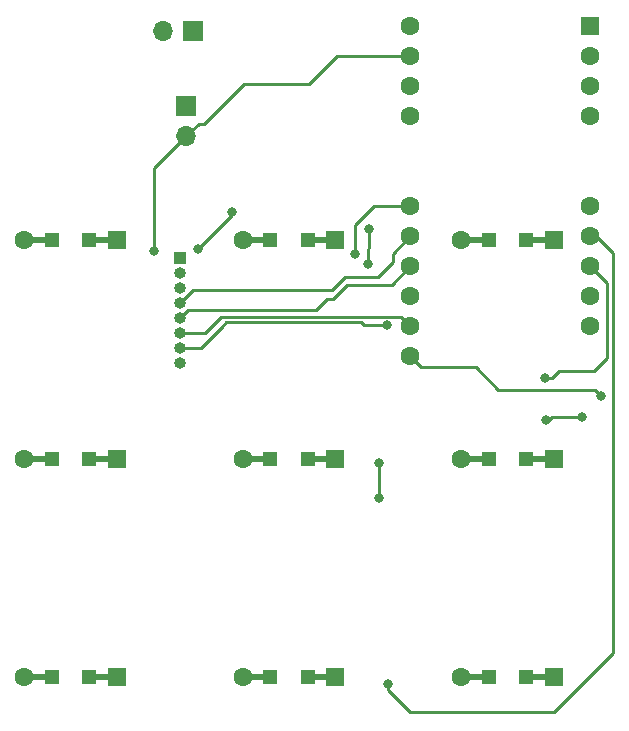
<source format=gbr>
G04 #@! TF.GenerationSoftware,KiCad,Pcbnew,(5.0.0-3-g5ebb6b6)*
G04 #@! TF.CreationDate,2019-02-07T22:00:29-08:00*
G04 #@! TF.ProjectId,arrowPad,6172726F775061642E6B696361645F70,rev?*
G04 #@! TF.SameCoordinates,Original*
G04 #@! TF.FileFunction,Copper,L1,Top,Signal*
G04 #@! TF.FilePolarity,Positive*
%FSLAX46Y46*%
G04 Gerber Fmt 4.6, Leading zero omitted, Abs format (unit mm)*
G04 Created by KiCad (PCBNEW (5.0.0-3-g5ebb6b6)) date Thursday, February 07, 2019 at 10:00:29 PM*
%MOMM*%
%LPD*%
G01*
G04 APERTURE LIST*
G04 #@! TA.AperFunction,ComponentPad*
%ADD10R,1.700000X1.700000*%
G04 #@! TD*
G04 #@! TA.AperFunction,ComponentPad*
%ADD11O,1.700000X1.700000*%
G04 #@! TD*
G04 #@! TA.AperFunction,SMDPad,CuDef*
%ADD12R,1.200000X1.200000*%
G04 #@! TD*
G04 #@! TA.AperFunction,ComponentPad*
%ADD13R,1.600000X1.600000*%
G04 #@! TD*
G04 #@! TA.AperFunction,ComponentPad*
%ADD14C,1.600000*%
G04 #@! TD*
G04 #@! TA.AperFunction,Conductor*
%ADD15R,2.500000X0.500000*%
G04 #@! TD*
G04 #@! TA.AperFunction,ComponentPad*
%ADD16R,1.000000X1.000000*%
G04 #@! TD*
G04 #@! TA.AperFunction,ComponentPad*
%ADD17O,1.000000X1.000000*%
G04 #@! TD*
G04 #@! TA.AperFunction,ViaPad*
%ADD18C,0.800000*%
G04 #@! TD*
G04 #@! TA.AperFunction,Conductor*
%ADD19C,0.250000*%
G04 #@! TD*
G04 APERTURE END LIST*
D10*
G04 #@! TO.P,BT1,1*
G04 #@! TO.N,Net-(BT1-Pad1)*
X61800000Y-90400000D03*
D11*
G04 #@! TO.P,BT1,2*
G04 #@! TO.N,/GND1*
X61800000Y-92940000D03*
G04 #@! TD*
D12*
G04 #@! TO.P,D1,2*
G04 #@! TO.N,Net-(D1-Pad2)*
X50425000Y-101750000D03*
G04 #@! TO.P,D1,1*
G04 #@! TO.N,/Row1*
X53575000Y-101750000D03*
D13*
X55900000Y-101750000D03*
D14*
G04 #@! TO.P,D1,2*
G04 #@! TO.N,Net-(D1-Pad2)*
X48100000Y-101750000D03*
D15*
G04 #@! TD*
G04 #@! TO.N,/Row1*
G04 #@! TO.C,D1*
X54700000Y-101750000D03*
G04 #@! TO.N,Net-(D1-Pad2)*
G04 #@! TO.C,D1*
X49300000Y-101750000D03*
G04 #@! TD*
G04 #@! TO.N,Net-(D2-Pad2)*
G04 #@! TO.C,D2*
X67800000Y-101750000D03*
G04 #@! TO.N,/Row1*
X73200000Y-101750000D03*
D14*
G04 #@! TD*
G04 #@! TO.P,D2,2*
G04 #@! TO.N,Net-(D2-Pad2)*
X66600000Y-101750000D03*
D13*
G04 #@! TO.P,D2,1*
G04 #@! TO.N,/Row1*
X74400000Y-101750000D03*
D12*
X72075000Y-101750000D03*
G04 #@! TO.P,D2,2*
G04 #@! TO.N,Net-(D2-Pad2)*
X68925000Y-101750000D03*
G04 #@! TD*
G04 #@! TO.P,D3,2*
G04 #@! TO.N,Net-(D3-Pad2)*
X87425000Y-101750000D03*
G04 #@! TO.P,D3,1*
G04 #@! TO.N,/Row1*
X90575000Y-101750000D03*
D13*
X92900000Y-101750000D03*
D14*
G04 #@! TO.P,D3,2*
G04 #@! TO.N,Net-(D3-Pad2)*
X85100000Y-101750000D03*
D15*
G04 #@! TD*
G04 #@! TO.N,/Row1*
G04 #@! TO.C,D3*
X91700000Y-101750000D03*
G04 #@! TO.N,Net-(D3-Pad2)*
G04 #@! TO.C,D3*
X86300000Y-101750000D03*
G04 #@! TD*
G04 #@! TO.N,Net-(D4-Pad2)*
G04 #@! TO.C,D4*
X49300000Y-120250000D03*
G04 #@! TO.N,/Row2*
X54700000Y-120250000D03*
D14*
G04 #@! TD*
G04 #@! TO.P,D4,2*
G04 #@! TO.N,Net-(D4-Pad2)*
X48100000Y-120250000D03*
D13*
G04 #@! TO.P,D4,1*
G04 #@! TO.N,/Row2*
X55900000Y-120250000D03*
D12*
X53575000Y-120250000D03*
G04 #@! TO.P,D4,2*
G04 #@! TO.N,Net-(D4-Pad2)*
X50425000Y-120250000D03*
G04 #@! TD*
G04 #@! TO.P,D5,2*
G04 #@! TO.N,Net-(D5-Pad2)*
X68925000Y-120250000D03*
G04 #@! TO.P,D5,1*
G04 #@! TO.N,/Row2*
X72075000Y-120250000D03*
D13*
X74400000Y-120250000D03*
D14*
G04 #@! TO.P,D5,2*
G04 #@! TO.N,Net-(D5-Pad2)*
X66600000Y-120250000D03*
D15*
G04 #@! TD*
G04 #@! TO.N,/Row2*
G04 #@! TO.C,D5*
X73200000Y-120250000D03*
G04 #@! TO.N,Net-(D5-Pad2)*
G04 #@! TO.C,D5*
X67800000Y-120250000D03*
G04 #@! TD*
G04 #@! TO.N,Net-(D6-Pad2)*
G04 #@! TO.C,D6*
X86300000Y-120250000D03*
G04 #@! TO.N,/Row2*
X91700000Y-120250000D03*
D14*
G04 #@! TD*
G04 #@! TO.P,D6,2*
G04 #@! TO.N,Net-(D6-Pad2)*
X85100000Y-120250000D03*
D13*
G04 #@! TO.P,D6,1*
G04 #@! TO.N,/Row2*
X92900000Y-120250000D03*
D12*
X90575000Y-120250000D03*
G04 #@! TO.P,D6,2*
G04 #@! TO.N,Net-(D6-Pad2)*
X87425000Y-120250000D03*
G04 #@! TD*
G04 #@! TO.P,D7,2*
G04 #@! TO.N,Net-(D7-Pad2)*
X50425000Y-138750000D03*
G04 #@! TO.P,D7,1*
G04 #@! TO.N,/Row3*
X53575000Y-138750000D03*
D13*
X55900000Y-138750000D03*
D14*
G04 #@! TO.P,D7,2*
G04 #@! TO.N,Net-(D7-Pad2)*
X48100000Y-138750000D03*
D15*
G04 #@! TD*
G04 #@! TO.N,/Row3*
G04 #@! TO.C,D7*
X54700000Y-138750000D03*
G04 #@! TO.N,Net-(D7-Pad2)*
G04 #@! TO.C,D7*
X49300000Y-138750000D03*
G04 #@! TD*
G04 #@! TO.N,Net-(D8-Pad2)*
G04 #@! TO.C,D8*
X67800000Y-138750000D03*
G04 #@! TO.N,/Row3*
X73200000Y-138750000D03*
D14*
G04 #@! TD*
G04 #@! TO.P,D8,2*
G04 #@! TO.N,Net-(D8-Pad2)*
X66600000Y-138750000D03*
D13*
G04 #@! TO.P,D8,1*
G04 #@! TO.N,/Row3*
X74400000Y-138750000D03*
D12*
X72075000Y-138750000D03*
G04 #@! TO.P,D8,2*
G04 #@! TO.N,Net-(D8-Pad2)*
X68925000Y-138750000D03*
G04 #@! TD*
G04 #@! TO.P,D9,2*
G04 #@! TO.N,Net-(D9-Pad2)*
X87425000Y-138750000D03*
G04 #@! TO.P,D9,1*
G04 #@! TO.N,/Row3*
X90575000Y-138750000D03*
D13*
X92900000Y-138750000D03*
D14*
G04 #@! TO.P,D9,2*
G04 #@! TO.N,Net-(D9-Pad2)*
X85100000Y-138750000D03*
D15*
G04 #@! TD*
G04 #@! TO.N,/Row3*
G04 #@! TO.C,D9*
X91700000Y-138750000D03*
G04 #@! TO.N,Net-(D9-Pad2)*
G04 #@! TO.C,D9*
X86300000Y-138750000D03*
G04 #@! TD*
D10*
G04 #@! TO.P,SW1,1*
G04 #@! TO.N,/RAW1*
X62400000Y-84000000D03*
D11*
G04 #@! TO.P,SW1,2*
G04 #@! TO.N,Net-(BT1-Pad1)*
X59860000Y-84000000D03*
G04 #@! TD*
D16*
G04 #@! TO.P,U2,2*
G04 #@! TO.N,Net-(U1-Pad21)*
X61250000Y-103250000D03*
D17*
G04 #@! TO.P,U2,1*
G04 #@! TO.N,/GND1*
X61250000Y-104520000D03*
G04 #@! TO.P,U2,3*
G04 #@! TO.N,Net-(U1-Pad18)*
X61250000Y-105790000D03*
G04 #@! TO.P,U2,4*
G04 #@! TO.N,Net-(U1-Pad17)*
X61250000Y-107060000D03*
G04 #@! TO.P,U2,5*
G04 #@! TO.N,Net-(U1-Pad16)*
X61250000Y-108330000D03*
G04 #@! TO.P,U2,6*
G04 #@! TO.N,Net-(U1-Pad14)*
X61250000Y-109600000D03*
G04 #@! TO.P,U2,7*
G04 #@! TO.N,Net-(U1-Pad15)*
X61250000Y-110870000D03*
G04 #@! TO.P,U2,8*
G04 #@! TO.N,Net-(U2-Pad8)*
X61250000Y-112140000D03*
G04 #@! TD*
D14*
G04 #@! TO.P,U1,24*
G04 #@! TO.N,/RAW1*
X80780000Y-83630000D03*
G04 #@! TO.P,U1,23*
G04 #@! TO.N,/GND1*
X80780000Y-86170000D03*
G04 #@! TO.P,U1,22*
G04 #@! TO.N,Net-(U1-Pad22)*
X80780000Y-88710000D03*
G04 #@! TO.P,U1,21*
G04 #@! TO.N,Net-(U1-Pad21)*
X80780000Y-91250000D03*
G04 #@! TO.P,U1,18*
G04 #@! TO.N,Net-(U1-Pad18)*
X80780000Y-98870000D03*
G04 #@! TO.P,U1,17*
G04 #@! TO.N,Net-(U1-Pad17)*
X80780000Y-101410000D03*
G04 #@! TO.P,U1,16*
G04 #@! TO.N,Net-(U1-Pad16)*
X80780000Y-103950000D03*
G04 #@! TO.P,U1,15*
G04 #@! TO.N,Net-(U1-Pad15)*
X80780000Y-106490000D03*
G04 #@! TO.P,U1,14*
G04 #@! TO.N,Net-(U1-Pad14)*
X80780000Y-109030000D03*
G04 #@! TO.P,U1,13*
G04 #@! TO.N,/Row3*
X80780000Y-111570000D03*
G04 #@! TO.P,U1,11*
G04 #@! TO.N,/Row2*
X96020000Y-109030000D03*
G04 #@! TO.P,U1,10*
G04 #@! TO.N,/Row1*
X96020000Y-106490000D03*
G04 #@! TO.P,U1,9*
G04 #@! TO.N,/Col3*
X96020000Y-103950000D03*
G04 #@! TO.P,U1,8*
G04 #@! TO.N,/Col2*
X96020000Y-101410000D03*
G04 #@! TO.P,U1,7*
G04 #@! TO.N,/Col1*
X96020000Y-98870000D03*
G04 #@! TO.P,U1,4*
G04 #@! TO.N,Net-(U1-Pad4)*
X96020000Y-91250000D03*
G04 #@! TO.P,U1,3*
G04 #@! TO.N,Net-(U1-Pad3)*
X96020000Y-88710000D03*
G04 #@! TO.P,U1,2*
G04 #@! TO.N,Net-(U1-Pad2)*
X96020000Y-86170000D03*
D13*
G04 #@! TO.P,U1,1*
G04 #@! TO.N,Net-(U1-Pad1)*
X96020000Y-83630000D03*
G04 #@! TD*
D18*
G04 #@! TO.N,/GND1*
X59100000Y-102700000D03*
G04 #@! TO.N,/Row3*
X96900000Y-114900000D03*
G04 #@! TO.N,/Col2*
X77300000Y-100800000D03*
X77200000Y-103800000D03*
X78100000Y-120600000D03*
X78100000Y-123600000D03*
X78900000Y-139300000D03*
G04 #@! TO.N,/Col3*
X92200000Y-113400000D03*
X95295000Y-116700000D03*
X92275000Y-116950000D03*
G04 #@! TO.N,Net-(U1-Pad15)*
X78800000Y-108955001D03*
G04 #@! TO.N,Net-(U1-Pad18)*
X76100000Y-102900000D03*
G04 #@! TO.N,Net-(U1-Pad21)*
X62800000Y-102500000D03*
X65700000Y-99400000D03*
G04 #@! TD*
D19*
G04 #@! TO.N,/GND1*
X61250000Y-104520000D02*
X61498462Y-104520000D01*
X59100000Y-95640000D02*
X61800000Y-92940000D01*
X59100000Y-102700000D02*
X59100000Y-95640000D01*
X61800000Y-92940000D02*
X62840000Y-91900000D01*
X62840000Y-91900000D02*
X63300000Y-91900000D01*
X63300000Y-91900000D02*
X66700000Y-88500000D01*
X66700000Y-88500000D02*
X72200000Y-88500000D01*
X74530000Y-86170000D02*
X80780000Y-86170000D01*
X72200000Y-88500000D02*
X74530000Y-86170000D01*
G04 #@! TO.N,/Row3*
X96900000Y-114900000D02*
X96400000Y-114400000D01*
X96400000Y-114400000D02*
X88200000Y-114400000D01*
X88200000Y-114400000D02*
X86300000Y-112500000D01*
X81710000Y-112500000D02*
X80780000Y-111570000D01*
X86300000Y-112500000D02*
X81710000Y-112500000D01*
G04 #@! TO.N,/Col2*
X77300000Y-100800000D02*
X77300000Y-102400000D01*
X77200000Y-102500000D02*
X77200000Y-103800000D01*
X77300000Y-102400000D02*
X77200000Y-102500000D01*
X78100000Y-120600000D02*
X78100000Y-121165685D01*
X78100000Y-121165685D02*
X78100000Y-123600000D01*
X97900000Y-102800000D02*
X96510000Y-101410000D01*
X97900000Y-136700000D02*
X97900000Y-102800000D01*
X96510000Y-101410000D02*
X96020000Y-101410000D01*
X80734315Y-141700000D02*
X92900000Y-141700000D01*
X92900000Y-141700000D02*
X97900000Y-136700000D01*
X78900000Y-139865685D02*
X80734315Y-141700000D01*
X78900000Y-139300000D02*
X78900000Y-139865685D01*
G04 #@! TO.N,/Col3*
X95295000Y-116700000D02*
X92800000Y-116700000D01*
X92550000Y-116950000D02*
X92275000Y-116950000D01*
X92800000Y-116700000D02*
X92550000Y-116950000D01*
X93365685Y-112800000D02*
X96300000Y-112800000D01*
X96300000Y-112800000D02*
X97400000Y-111700000D01*
X92765685Y-113400000D02*
X93365685Y-112800000D01*
X97400000Y-105330000D02*
X96020000Y-103950000D01*
X97400000Y-111700000D02*
X97400000Y-105330000D01*
X92200000Y-113400000D02*
X92765685Y-113400000D01*
G04 #@! TO.N,Net-(U1-Pad14)*
X61250000Y-109600000D02*
X63400000Y-109600000D01*
X79980001Y-108230001D02*
X80780000Y-109030000D01*
X64769999Y-108230001D02*
X79980001Y-108230001D01*
X63400000Y-109600000D02*
X64769999Y-108230001D01*
G04 #@! TO.N,Net-(U1-Pad15)*
X61250000Y-110870000D02*
X63030000Y-110870000D01*
X63030000Y-110870000D02*
X64800000Y-109100000D01*
X65200000Y-108700000D02*
X76600000Y-108700000D01*
X64800000Y-109100000D02*
X65200000Y-108700000D01*
X76855001Y-108955001D02*
X78800000Y-108955001D01*
X76600000Y-108700000D02*
X76855001Y-108955001D01*
G04 #@! TO.N,Net-(U1-Pad16)*
X61250000Y-108330000D02*
X61959699Y-107620301D01*
X61959699Y-107620301D02*
X72779699Y-107620301D01*
X72779699Y-107620301D02*
X73700000Y-106700000D01*
X74200000Y-106700000D02*
X75400000Y-105500000D01*
X73700000Y-106700000D02*
X74200000Y-106700000D01*
X79230000Y-105500000D02*
X80780000Y-103950000D01*
X75400000Y-105500000D02*
X79230000Y-105500000D01*
G04 #@! TO.N,Net-(U1-Pad17)*
X79300000Y-103600000D02*
X79300000Y-102890000D01*
X79300000Y-102890000D02*
X80780000Y-101410000D01*
X75200000Y-104900000D02*
X78000000Y-104900000D01*
X74120301Y-105979699D02*
X75200000Y-104900000D01*
X78000000Y-104900000D02*
X79300000Y-103600000D01*
X62330301Y-105979699D02*
X74120301Y-105979699D01*
X61250000Y-107060000D02*
X62330301Y-105979699D01*
G04 #@! TO.N,Net-(U1-Pad18)*
X76100000Y-102900000D02*
X76100000Y-100500000D01*
X77730000Y-98870000D02*
X80780000Y-98870000D01*
X76100000Y-100500000D02*
X77730000Y-98870000D01*
G04 #@! TO.N,Net-(U1-Pad21)*
X62800000Y-102500000D02*
X65700000Y-99600000D01*
X65700000Y-99600000D02*
X65700000Y-99400000D01*
G04 #@! TD*
M02*

</source>
